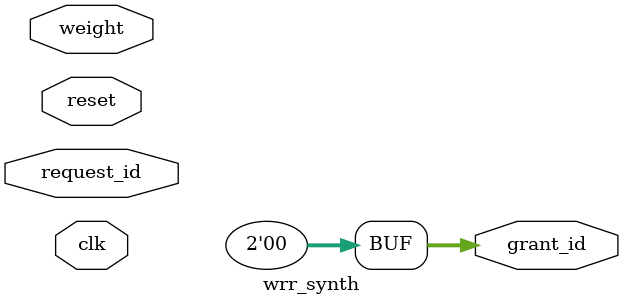
<source format=v>
/* Generated by Yosys 0.7 (git sha1 UNKNOWN, clang 5.0.1 -march=x86-64 -mtune=generic -O2 -fstack-protector-strong -fno-plt -fPIC -Os) */

module wrr_synth(reset, clk, weight, request_id, grant_id);
  input clk;
  output [1:0] grant_id;
  input [1:0] request_id;
  input reset;
  input [2:0] weight;
  assign grant_id = 2'b00;
endmodule

</source>
